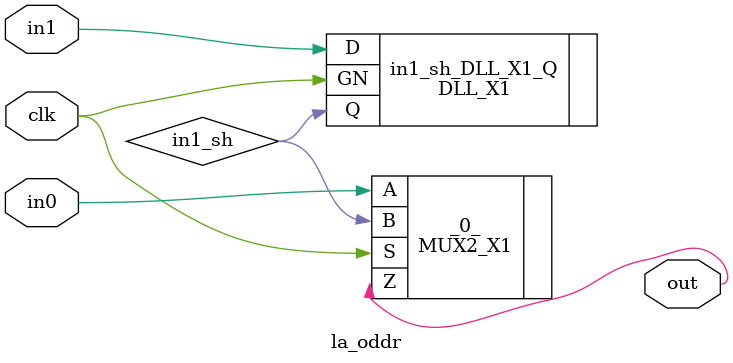
<source format=v>
/* Generated by Yosys 0.37 (git sha1 a5c7f69ed, clang 14.0.0-1ubuntu1.1 -fPIC -Os) */

module la_oddr(clk, in0, in1, out);
  input clk;
  wire clk;
  input in0;
  wire in0;
  input in1;
  wire in1;
  wire in1_sh;
  output out;
  wire out;
  MUX2_X1 _0_ (
    .A(in0),
    .B(in1_sh),
    .S(clk),
    .Z(out)
  );
  DLL_X1 in1_sh_DLL_X1_Q (
    .D(in1),
    .GN(clk),
    .Q(in1_sh)
  );
endmodule

</source>
